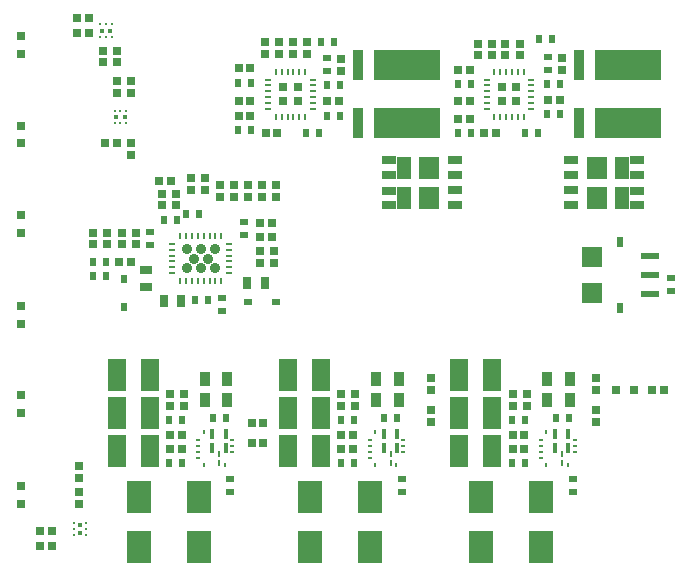
<source format=gbr>
G04 EAGLE Gerber RS-274X export*
G75*
%MOMM*%
%FSLAX34Y34*%
%LPD*%
%INSolderpaste Top*%
%IPPOS*%
%AMOC8*
5,1,8,0,0,1.08239X$1,22.5*%
G01*
%ADD10R,1.300000X0.750000*%
%ADD11R,1.700000X1.950000*%
%ADD12R,1.300000X1.950000*%
%ADD13R,1.300000X0.700000*%
%ADD14R,0.900000X2.500000*%
%ADD15R,5.600000X2.500000*%
%ADD16R,1.700000X1.800000*%
%ADD17R,0.600000X0.900000*%
%ADD18R,1.600000X0.500000*%
%ADD19R,0.700000X0.600000*%
%ADD20R,0.450000X0.250000*%
%ADD21R,0.250000X0.450000*%
%ADD22R,0.250000X0.625000*%
%ADD23R,0.375000X0.825000*%
%ADD24R,0.350000X0.250000*%
%ADD25R,2.100000X2.800000*%
%ADD26R,0.900000X1.300000*%
%ADD27R,0.600000X0.700000*%
%ADD28R,0.700000X0.700000*%
%ADD29R,1.600000X2.700000*%
%ADD30R,0.250000X0.600000*%
%ADD31C,0.894425*%
%ADD32R,0.600000X0.250000*%
%ADD33R,1.000000X0.800000*%
%ADD34R,0.800000X1.000000*%
%ADD35R,0.600000X0.800000*%
%ADD36R,0.800000X0.600000*%
%ADD37R,0.800000X0.800000*%
%ADD38C,0.320000*%
%ADD39C,0.420000*%
%ADD40R,0.746000X0.746000*%


D10*
X621750Y324050D03*
X621750Y311350D03*
X621750Y298650D03*
X621750Y285950D03*
D11*
X643500Y292250D03*
X643500Y317750D03*
D12*
X664500Y317750D03*
X664500Y292250D03*
D13*
X677500Y324000D03*
X677500Y311500D03*
X677500Y298500D03*
X677500Y286000D03*
D14*
X628500Y404500D03*
X628500Y355500D03*
D15*
X670000Y404500D03*
X670000Y355500D03*
D10*
X523250Y285950D03*
X523250Y298650D03*
X523250Y311350D03*
X523250Y324050D03*
D11*
X501500Y317750D03*
X501500Y292250D03*
D12*
X480500Y292250D03*
X480500Y317750D03*
D13*
X467500Y286000D03*
X467500Y298500D03*
X467500Y311500D03*
X467500Y324000D03*
D14*
X441500Y404500D03*
X441500Y355500D03*
D15*
X483000Y404500D03*
X483000Y355500D03*
D16*
X639500Y212000D03*
X639500Y242000D03*
D17*
X663000Y199000D03*
X663000Y255000D03*
D18*
X688000Y227000D03*
X688000Y211000D03*
X688000Y243000D03*
D19*
X706000Y213500D03*
X706000Y224500D03*
D20*
X596000Y87500D03*
X596000Y82500D03*
X596000Y77500D03*
X596000Y72500D03*
D21*
X600750Y94000D03*
X600750Y66000D03*
X618750Y66000D03*
D22*
X613750Y75625D03*
X613750Y67625D03*
D23*
X607875Y80625D03*
X607875Y92125D03*
X619375Y92125D03*
X619375Y80625D03*
D24*
X624500Y87500D03*
X624500Y82500D03*
X624500Y77500D03*
D25*
X596500Y-3000D03*
X596500Y39000D03*
X545500Y-3000D03*
X545500Y39000D03*
D19*
X623000Y43500D03*
X623000Y54500D03*
D26*
X620500Y121000D03*
X601500Y121000D03*
D27*
X619500Y106000D03*
X608500Y106000D03*
D26*
X620500Y139000D03*
X601500Y139000D03*
D28*
X643000Y140000D03*
X643000Y130000D03*
X643000Y113000D03*
X643000Y103000D03*
X584000Y126000D03*
X584000Y116000D03*
X572000Y126000D03*
X572000Y116000D03*
X582000Y92000D03*
X572000Y92000D03*
X572000Y80000D03*
X582000Y80000D03*
D27*
X571500Y104000D03*
X582500Y104000D03*
D29*
X527000Y78000D03*
X555000Y78000D03*
X527000Y110000D03*
X555000Y110000D03*
X527000Y142000D03*
X555000Y142000D03*
D27*
X582500Y68000D03*
X571500Y68000D03*
D30*
X325500Y260000D03*
D31*
X314000Y241000D03*
X320000Y233000D03*
X320000Y249000D03*
X296000Y249000D03*
X296000Y233000D03*
X308000Y233000D03*
X302000Y241000D03*
X308000Y249000D03*
D30*
X320500Y260000D03*
X315500Y260000D03*
X310500Y260000D03*
X305500Y260000D03*
X300500Y260000D03*
X295500Y260000D03*
X290500Y260000D03*
D32*
X284000Y253500D03*
X284000Y248500D03*
X284000Y243500D03*
X284000Y238500D03*
X284000Y233500D03*
X284000Y228500D03*
D30*
X290500Y222000D03*
X295500Y222000D03*
X300500Y222000D03*
X305500Y222000D03*
X310500Y222000D03*
X315500Y222000D03*
X320500Y222000D03*
X325500Y222000D03*
D32*
X332000Y228500D03*
X332000Y233500D03*
X332000Y238500D03*
X332000Y243500D03*
X332000Y248500D03*
X332000Y253500D03*
D33*
X262000Y231500D03*
X262000Y216500D03*
D34*
X362500Y220000D03*
X347500Y220000D03*
D35*
X243000Y224000D03*
X243000Y200000D03*
D36*
X348000Y204000D03*
X372000Y204000D03*
D28*
X360000Y303000D03*
X360000Y293000D03*
X372000Y293000D03*
X372000Y303000D03*
X336000Y303000D03*
X336000Y293000D03*
X348000Y293000D03*
X348000Y303000D03*
X312000Y309000D03*
X312000Y299000D03*
X324000Y293000D03*
X324000Y303000D03*
X300000Y309000D03*
X300000Y299000D03*
X283000Y307000D03*
X273000Y307000D03*
D27*
X295500Y279000D03*
X306500Y279000D03*
D34*
X291500Y205000D03*
X276500Y205000D03*
D19*
X326000Y207500D03*
X326000Y196500D03*
D28*
X370000Y237000D03*
X370000Y247000D03*
X358000Y247000D03*
X358000Y237000D03*
X241000Y263000D03*
X241000Y253000D03*
D27*
X303500Y206000D03*
X314500Y206000D03*
D28*
X239000Y238000D03*
X249000Y238000D03*
D27*
X227500Y238000D03*
X216500Y238000D03*
X227500Y226000D03*
X216500Y226000D03*
D19*
X265000Y263500D03*
X265000Y252500D03*
D28*
X217000Y263000D03*
X217000Y253000D03*
X229000Y253000D03*
X229000Y263000D03*
X253000Y253000D03*
X253000Y263000D03*
X358000Y271000D03*
X368000Y271000D03*
X358000Y259000D03*
X368000Y259000D03*
X287000Y296000D03*
X287000Y286000D03*
X275000Y296000D03*
X275000Y286000D03*
D19*
X345000Y271500D03*
X345000Y260500D03*
D27*
X287500Y274000D03*
X276500Y274000D03*
D28*
X213000Y445000D03*
X203000Y445000D03*
X237000Y417000D03*
X237000Y407000D03*
D37*
X156000Y414500D03*
X156000Y429500D03*
D28*
X182000Y10000D03*
X172000Y10000D03*
X205000Y33000D03*
X205000Y43000D03*
D37*
X156000Y110500D03*
X156000Y125500D03*
D28*
X205000Y55000D03*
X205000Y65000D03*
X182000Y-2000D03*
X172000Y-2000D03*
D37*
X156000Y33500D03*
X156000Y48500D03*
D38*
X211250Y17000D03*
X211250Y12000D03*
X211250Y7000D03*
X200750Y7000D03*
X200750Y12000D03*
X200750Y17000D03*
D39*
X206000Y15500D03*
X206000Y8500D03*
D28*
X225000Y417000D03*
X225000Y407000D03*
X213000Y432000D03*
X203000Y432000D03*
D37*
X156000Y338500D03*
X156000Y353500D03*
D28*
X237000Y339000D03*
X227000Y339000D03*
X237000Y381000D03*
X237000Y391000D03*
D37*
X156000Y262500D03*
X156000Y277500D03*
D28*
X249000Y381000D03*
X249000Y391000D03*
X249000Y339000D03*
X249000Y329000D03*
D37*
X156000Y185500D03*
X156000Y200500D03*
D38*
X235000Y366250D03*
X240000Y366250D03*
X245000Y366250D03*
X245000Y355750D03*
X240000Y355750D03*
X235000Y355750D03*
D39*
X236500Y361000D03*
X243500Y361000D03*
D38*
X223000Y439250D03*
X228000Y439250D03*
X233000Y439250D03*
X233000Y428750D03*
X228000Y428750D03*
X223000Y428750D03*
D39*
X224500Y434000D03*
X231500Y434000D03*
D28*
X700000Y130000D03*
X690000Y130000D03*
D37*
X674500Y130000D03*
X659500Y130000D03*
D20*
X451000Y87500D03*
X451000Y82500D03*
X451000Y77500D03*
X451000Y72500D03*
D21*
X455750Y94000D03*
X455750Y66000D03*
X473750Y66000D03*
D22*
X468750Y75625D03*
X468750Y67625D03*
D23*
X462875Y80625D03*
X462875Y92125D03*
X474375Y92125D03*
X474375Y80625D03*
D24*
X479500Y87500D03*
X479500Y82500D03*
X479500Y77500D03*
D25*
X451500Y-3000D03*
X451500Y39000D03*
X400500Y-3000D03*
X400500Y39000D03*
D19*
X478000Y43500D03*
X478000Y54500D03*
D26*
X475500Y121000D03*
X456500Y121000D03*
D27*
X474500Y106000D03*
X463500Y106000D03*
D26*
X475500Y139000D03*
X456500Y139000D03*
D28*
X503000Y140000D03*
X503000Y130000D03*
X503000Y113000D03*
X503000Y103000D03*
X439000Y126000D03*
X439000Y116000D03*
X427000Y126000D03*
X427000Y116000D03*
X437000Y92000D03*
X427000Y92000D03*
X427000Y80000D03*
X437000Y80000D03*
D27*
X426500Y104000D03*
X437500Y104000D03*
D29*
X382000Y78000D03*
X410000Y78000D03*
X382000Y110000D03*
X410000Y110000D03*
X382000Y142000D03*
X410000Y142000D03*
D27*
X437500Y68000D03*
X426500Y68000D03*
D20*
X306000Y87500D03*
X306000Y82500D03*
X306000Y77500D03*
X306000Y72500D03*
D21*
X310750Y94000D03*
X310750Y66000D03*
X328750Y66000D03*
D22*
X323750Y75625D03*
X323750Y67625D03*
D23*
X317875Y80625D03*
X317875Y92125D03*
X329375Y92125D03*
X329375Y80625D03*
D24*
X334500Y87500D03*
X334500Y82500D03*
X334500Y77500D03*
D25*
X306500Y-3000D03*
X306500Y39000D03*
X255500Y-3000D03*
X255500Y39000D03*
D19*
X333000Y43500D03*
X333000Y54500D03*
D26*
X330500Y121000D03*
X311500Y121000D03*
D27*
X329500Y106000D03*
X318500Y106000D03*
D26*
X330500Y139000D03*
X311500Y139000D03*
D28*
X351000Y85000D03*
X361000Y85000D03*
X361000Y102000D03*
X351000Y102000D03*
X294000Y126000D03*
X294000Y116000D03*
X282000Y126000D03*
X282000Y116000D03*
X282000Y80000D03*
X292000Y80000D03*
D27*
X281500Y104000D03*
X292500Y104000D03*
D29*
X237000Y78000D03*
X265000Y78000D03*
X237000Y110000D03*
X265000Y110000D03*
X237000Y142000D03*
X265000Y142000D03*
D27*
X292500Y68000D03*
X281500Y68000D03*
D28*
X292000Y92000D03*
X282000Y92000D03*
D40*
X575000Y386000D03*
X575000Y374000D03*
X563000Y386000D03*
X563000Y374000D03*
D30*
X581500Y399000D03*
X576500Y399000D03*
X571500Y399000D03*
X566500Y399000D03*
X561500Y399000D03*
X556500Y399000D03*
D32*
X550000Y392500D03*
X550000Y387500D03*
X550000Y382500D03*
X550000Y377500D03*
X550000Y372500D03*
X550000Y367500D03*
D30*
X556500Y361000D03*
X561500Y361000D03*
X566500Y361000D03*
X571500Y361000D03*
X576500Y361000D03*
X581500Y361000D03*
D32*
X588000Y392500D03*
X588000Y387500D03*
X588000Y382500D03*
X588000Y377500D03*
X588000Y372500D03*
X588000Y367500D03*
D27*
X605500Y427000D03*
X594500Y427000D03*
X612500Y389000D03*
X601500Y389000D03*
D19*
X602000Y400500D03*
X602000Y411500D03*
D27*
X601500Y363000D03*
X612500Y363000D03*
X582500Y347000D03*
X593500Y347000D03*
D28*
X548000Y347000D03*
X558000Y347000D03*
D27*
X525500Y347000D03*
X536500Y347000D03*
D28*
X566000Y413000D03*
X566000Y423000D03*
X555000Y413000D03*
X555000Y423000D03*
X526000Y401000D03*
X536000Y401000D03*
X602000Y375000D03*
X612000Y375000D03*
X614000Y411000D03*
X614000Y401000D03*
X526000Y374000D03*
X536000Y374000D03*
X578000Y423000D03*
X578000Y413000D03*
X543000Y423000D03*
X543000Y413000D03*
D27*
X536500Y389000D03*
X525500Y389000D03*
D28*
X526000Y359000D03*
X536000Y359000D03*
D40*
X390000Y386000D03*
X390000Y374000D03*
X378000Y386000D03*
X378000Y374000D03*
D30*
X396500Y399000D03*
X391500Y399000D03*
X386500Y399000D03*
X381500Y399000D03*
X376500Y399000D03*
X371500Y399000D03*
D32*
X365000Y392500D03*
X365000Y387500D03*
X365000Y382500D03*
X365000Y377500D03*
X365000Y372500D03*
X365000Y367500D03*
D30*
X371500Y361000D03*
X376500Y361000D03*
X381500Y361000D03*
X386500Y361000D03*
X391500Y361000D03*
X396500Y361000D03*
D32*
X403000Y392500D03*
X403000Y387500D03*
X403000Y382500D03*
X403000Y377500D03*
X403000Y372500D03*
X403000Y367500D03*
D27*
X420500Y424000D03*
X409500Y424000D03*
X425500Y388000D03*
X414500Y388000D03*
D19*
X415000Y399500D03*
X415000Y410500D03*
D27*
X414500Y362000D03*
X425500Y362000D03*
X397500Y347000D03*
X408500Y347000D03*
D28*
X363000Y347000D03*
X373000Y347000D03*
D27*
X339500Y350000D03*
X350500Y350000D03*
D28*
X386000Y414000D03*
X386000Y424000D03*
X374000Y414000D03*
X374000Y424000D03*
X340000Y402000D03*
X350000Y402000D03*
X415000Y374000D03*
X425000Y374000D03*
X427000Y410000D03*
X427000Y400000D03*
X340000Y374000D03*
X350000Y374000D03*
X398000Y424000D03*
X398000Y414000D03*
X362000Y424000D03*
X362000Y414000D03*
D27*
X350500Y390000D03*
X339500Y390000D03*
D28*
X340000Y362000D03*
X350000Y362000D03*
M02*

</source>
